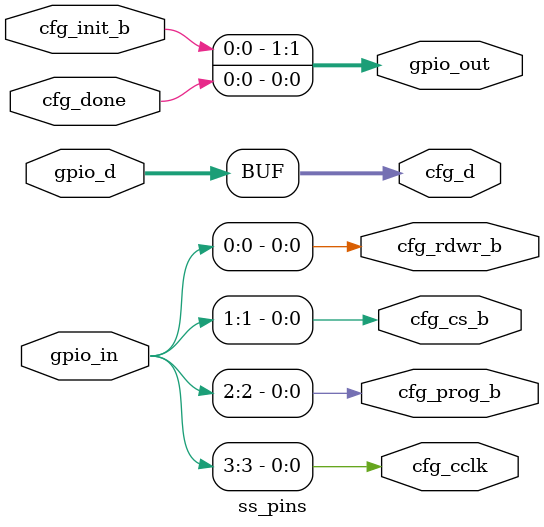
<source format=v>
/**
 * File              : ss_pins.v
 * License           : GPL-3.0-or-later
 * Author            : Peter Gu <github.com/regymm>
 * Date              : 2024.02.10
 * Last Modified Date: 2024.02.12
 */

// single device selectMAP configuration
module ss_pins
(
	input [3:0]gpio_in,
	output [1:0]gpio_out,
	input [31:0]gpio_d,

	output cfg_cclk,
	output cfg_prog_b,
	input cfg_init_b,
	input cfg_done,
	output cfg_cs_b,
	output cfg_rdwr_b,
	output [31:0]cfg_d
);
	assign {cfg_cclk, cfg_prog_b, cfg_cs_b, cfg_rdwr_b} = gpio_in;
	assign gpio_out = {cfg_init_b, cfg_done};
	assign cfg_d = gpio_d;
endmodule

</source>
